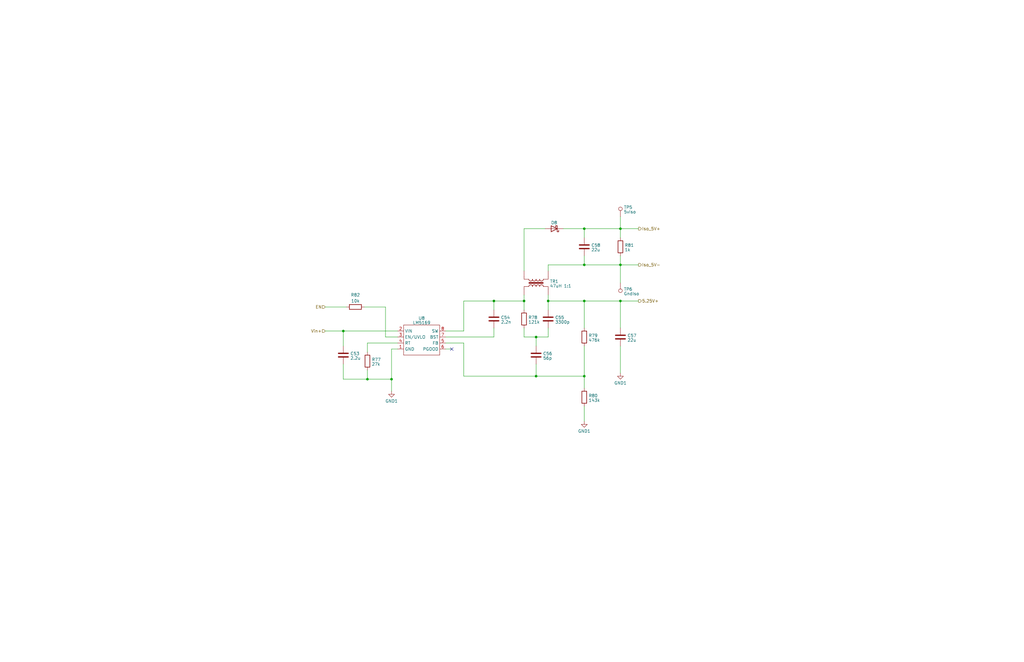
<source format=kicad_sch>
(kicad_sch (version 20230121) (generator eeschema)
  (paper "B")
  (lib_symbols
    (symbol "Connector:TestPoint" (pin_numbers hide) (pin_names (offset 0.762) hide)
      (property "Reference" "TP" (at 0 6.858 0))
      (property "Value" "TestPoint" (at 0 5.08 0))
      (symbol "TestPoint_0_1"
        (circle (center 0 3.302) (radius 0.762))
      )
      (symbol "TestPoint_1_1"
        (pin passive line (at 0 0 90) (length 2.54) (name "1") (number "1"))
      )
    )
    (symbol "Device:C" (pin_numbers hide) (pin_names (offset 0.254))
      (property "Reference" "C" (at 0.635 2.54 0))
      (property "Value" "C" (at 0.635 -2.54 0))
      (symbol "C_0_1"
        (polyline (pts (xy -2.032 -0.762) (xy 2.032 -0.762)) (stroke (width 0.508)))
        (polyline (pts (xy -2.032 0.762) (xy 2.032 0.762)) (stroke (width 0.508)))
      )
      (symbol "C_1_1"
        (pin passive line (at 0 3.81 270) (length 2.794) (name "~") (number "1"))
        (pin passive line (at 0 -3.81 90) (length 2.794) (name "~") (number "2"))
      )
    )
    (symbol "Device:D_Schottky" (pin_numbers hide) (pin_names (offset 1.016) hide)
      (property "Reference" "D" (at 0 2.54 0))
      (property "Value" "D_Schottky" (at 0 -2.54 0))
      (symbol "D_Schottky_0_1"
        (polyline (pts (xy 1.27 0) (xy -1.27 0)))
        (polyline (pts (xy 1.27 1.27) (xy 1.27 -1.27) (xy -1.27 0) (xy 1.27 1.27)) (stroke (width 0.254)))
        (polyline (pts (xy -1.905 0.635) (xy -1.905 1.27) (xy -1.27 1.27) (xy -1.27 -1.27) (xy -0.635 -1.27) (xy -0.635 -0.635)) (stroke (width 0.254)))
      )
      (symbol "D_Schottky_1_1"
        (pin passive line (at -3.81 0 0) (length 2.54) (name "K") (number "1"))
        (pin passive line (at 3.81 0 180) (length 2.54) (name "A") (number "2"))
      )
    )
    (symbol "Device:R" (pin_numbers hide) (pin_names (offset 0))
      (property "Reference" "R" (at 2.032 0 90))
      (property "Value" "R" (at 0 0 90))
      (symbol "R_0_1"
        (rectangle (start -1.016 -2.54) (end 1.016 2.54) (stroke (width 0.254)))
      )
      (symbol "R_1_1"
        (pin passive line (at 0 3.81 270) (length 1.27) (name "~") (number "1"))
        (pin passive line (at 0 -3.81 90) (length 1.27) (name "~") (number "2"))
      )
    )
    (symbol "Transformer:TRANSF1" (pin_numbers hide) (pin_names (offset 0))
      (property "Reference" "TR" (at 0 6.35 0))
      (property "Value" "TRANSF1" (at 0 -6.35 0))
      (symbol "TRANSF1_0_1"
        (arc (start -1.524 -3.048) (mid -0.7653 -2.286) (end -1.524 -1.524) (stroke (width 0.2032)))
        (arc (start -1.524 -1.524) (mid -0.7653 -0.762) (end -1.524 0) (stroke (width 0.2032)))
        (arc (start -1.524 0) (mid -0.7653 0.762) (end -1.524 1.524) (stroke (width 0.2032)))
        (arc (start -1.524 1.524) (mid -0.7653 2.286) (end -1.524 3.048) (stroke (width 0.2032)))
        (rectangle (start -0.254 3.048) (end 0.254 -3.048) (stroke (width 0.0254)) (fill (type outline)))
        (polyline (pts (xy -2.54 5.08) (xy -1.524 5.08) (xy -1.524 3.048) (xy -1.524 3.048)) (stroke (width 0.1524)))
        (polyline (pts (xy -1.524 -3.048) (xy -1.524 -5.08) (xy -2.54 -5.08) (xy -2.54 -5.08)) (stroke (width 0.1524)))
        (polyline (pts (xy 1.524 3.048) (xy 1.524 5.08) (xy 2.54 5.08) (xy 2.54 5.08)) (stroke (width 0.1524)))
        (polyline (pts (xy 2.54 -5.08) (xy 1.524 -5.08) (xy 1.524 -3.048) (xy 1.524 -3.048)) (stroke (width 0.1524)))
        (arc (start 1.524 -1.524) (mid 0.7653 -2.286) (end 1.524 -3.048) (stroke (width 0.2032)))
        (arc (start 1.524 0) (mid 0.7653 -0.762) (end 1.524 -1.524) (stroke (width 0.2032)))
        (arc (start 1.524 1.524) (mid 0.7653 0.762) (end 1.524 0) (stroke (width 0.2032)))
        (arc (start 1.524 3.048) (mid 0.7653 2.286) (end 1.524 1.524) (stroke (width 0.2032)))
      )
      (symbol "TRANSF1_1_1"
        (pin passive line (at -5.08 5.08 0) (length 2.54) (name "~") (number "1"))
        (pin passive line (at -5.08 -5.08 0) (length 2.54) (name "~") (number "2"))
        (pin passive line (at 5.08 -5.08 180) (length 2.54) (name "~") (number "3"))
        (pin passive line (at 5.08 5.08 180) (length 2.54) (name "~") (number "4"))
      )
    )
    (symbol "power:GND1" (power) (pin_names (offset 0))
      (property "Value" "GND1" (at 0 -3.81 0))
      (symbol "GND1_0_1"
        (polyline (pts (xy 0 0) (xy 0 -1.27) (xy 1.27 -1.27) (xy 0 -2.54) (xy -1.27 -1.27) (xy 0 -1.27)))
      )
      (symbol "GND1_1_1"
        (pin power_in line (at 0 0 270) (length 0) hide (name "GND1") (number "1"))
      )
    )
    (symbol "qtech:LM5169"
      (property "Reference" "U" (at -7.62 8.89 0))
      (property "Value" "LM5169" (at -7.62 6.35 0))
      (symbol "LM5169_0_1"
        (rectangle (start -7.62 5.08) (end 7.62 -7.62))
      )
      (symbol "LM5169_1_1"
        (pin power_in line (at -10.16 -5.08 0) (length 2.54) (name "GND") (number "1"))
        (pin power_in line (at -10.16 2.54 0) (length 2.54) (name "VIN") (number "2"))
        (pin input line (at -10.16 0 0) (length 2.54) (name "EN/UVLO") (number "3"))
        (pin input line (at -10.16 -2.54 0) (length 2.54) (name "RT") (number "4"))
        (pin input line (at 10.16 -2.54 180) (length 2.54) (name "FB") (number "5"))
        (pin output line (at 10.16 -5.08 180) (length 2.54) (name "PGOOD") (number "6"))
        (pin power_in line (at 10.16 0 180) (length 2.54) (name "BST") (number "7"))
        (pin power_out line (at 10.16 2.54 180) (length 2.54) (name "SW") (number "8"))
        (pin input line (at -10.16 -5.08 0) (length 2.54) hide (name "GND") (number "9"))
      )
    )
  )
  (junction (at 261.62 127))
  (junction (at 226.06 142.24))
  (junction (at 165.1 160.02))
  (junction (at 208.28 127))
  (junction (at 220.98 127))
  (junction (at 246.38 96.52))
  (junction (at 231.14 127))
  (junction (at 246.38 127))
  (junction (at 154.94 160.02))
  (junction (at 246.38 158.75))
  (junction (at 261.62 111.76))
  (junction (at 261.62 96.52))
  (junction (at 246.38 111.76))
  (junction (at 144.78 139.7))
  (junction (at 226.06 158.75))
  (no_connect (at 190.5 147.32))
  (wire (pts (xy 154.94 156.21) (xy 154.94 160.02)))
  (wire (pts (xy 226.06 158.75) (xy 246.38 158.75)))
  (wire (pts (xy 220.98 96.52) (xy 229.87 96.52)))
  (wire (pts (xy 246.38 127) (xy 246.38 138.43)))
  (wire (pts (xy 220.98 142.24) (xy 226.06 142.24)))
  (wire (pts (xy 167.64 147.32) (xy 165.1 147.32)))
  (wire (pts (xy 187.96 139.7) (xy 195.58 139.7)))
  (wire (pts (xy 237.49 96.52) (xy 246.38 96.52)))
  (wire (pts (xy 261.62 96.52) (xy 269.24 96.52)))
  (wire (pts (xy 167.64 142.24) (xy 162.56 142.24)))
  (wire (pts (xy 220.98 96.52) (xy 220.98 114.3)))
  (wire (pts (xy 231.14 142.24) (xy 226.06 142.24)))
  (wire (pts (xy 220.98 124.46) (xy 220.98 127)))
  (wire (pts (xy 261.62 111.76) (xy 261.62 119.38)))
  (wire (pts (xy 231.14 111.76) (xy 231.14 114.3)))
  (wire (pts (xy 187.96 147.32) (xy 190.5 147.32)))
  (wire (pts (xy 162.56 142.24) (xy 162.56 129.54)))
  (wire (pts (xy 165.1 160.02) (xy 154.94 160.02)))
  (wire (pts (xy 144.78 139.7) (xy 144.78 146.05)))
  (wire (pts (xy 246.38 146.05) (xy 246.38 158.75)))
  (wire (pts (xy 231.14 127) (xy 246.38 127)))
  (wire (pts (xy 137.16 139.7) (xy 144.78 139.7)))
  (wire (pts (xy 195.58 127) (xy 208.28 127)))
  (wire (pts (xy 187.96 144.78) (xy 195.58 144.78)))
  (wire (pts (xy 246.38 96.52) (xy 246.38 100.33)))
  (wire (pts (xy 137.16 129.54) (xy 146.05 129.54)))
  (wire (pts (xy 167.64 144.78) (xy 154.94 144.78)))
  (wire (pts (xy 220.98 138.43) (xy 220.98 142.24)))
  (wire (pts (xy 220.98 127) (xy 220.98 130.81)))
  (wire (pts (xy 226.06 153.67) (xy 226.06 158.75)))
  (wire (pts (xy 144.78 160.02) (xy 144.78 153.67)))
  (wire (pts (xy 226.06 142.24) (xy 226.06 146.05)))
  (wire (pts (xy 187.96 142.24) (xy 208.28 142.24)))
  (wire (pts (xy 220.98 127) (xy 208.28 127)))
  (wire (pts (xy 246.38 111.76) (xy 231.14 111.76)))
  (wire (pts (xy 195.58 144.78) (xy 195.58 158.75)))
  (wire (pts (xy 208.28 142.24) (xy 208.28 138.43)))
  (wire (pts (xy 195.58 158.75) (xy 226.06 158.75)))
  (wire (pts (xy 154.94 160.02) (xy 144.78 160.02)))
  (wire (pts (xy 165.1 160.02) (xy 165.1 165.1)))
  (wire (pts (xy 261.62 146.05) (xy 261.62 157.48)))
  (wire (pts (xy 246.38 171.45) (xy 246.38 177.8)))
  (wire (pts (xy 144.78 139.7) (xy 167.64 139.7)))
  (wire (pts (xy 261.62 127) (xy 261.62 138.43)))
  (wire (pts (xy 246.38 96.52) (xy 261.62 96.52)))
  (wire (pts (xy 154.94 144.78) (xy 154.94 148.59)))
  (wire (pts (xy 165.1 147.32) (xy 165.1 160.02)))
  (wire (pts (xy 246.38 127) (xy 261.62 127)))
  (wire (pts (xy 208.28 127) (xy 208.28 130.81)))
  (wire (pts (xy 261.62 111.76) (xy 269.24 111.76)))
  (wire (pts (xy 162.56 129.54) (xy 153.67 129.54)))
  (wire (pts (xy 231.14 138.43) (xy 231.14 142.24)))
  (wire (pts (xy 261.62 127) (xy 269.24 127)))
  (wire (pts (xy 246.38 111.76) (xy 261.62 111.76)))
  (wire (pts (xy 261.62 91.44) (xy 261.62 96.52)))
  (wire (pts (xy 231.14 127) (xy 231.14 130.81)))
  (wire (pts (xy 195.58 139.7) (xy 195.58 127)))
  (wire (pts (xy 261.62 107.95) (xy 261.62 111.76)))
  (wire (pts (xy 231.14 124.46) (xy 231.14 127)))
  (wire (pts (xy 261.62 96.52) (xy 261.62 100.33)))
  (wire (pts (xy 246.38 107.95) (xy 246.38 111.76)))
  (wire (pts (xy 246.38 158.75) (xy 246.38 163.83)))
  (hierarchical_label "Iso_5V+" (shape output) (at 269.24 96.52 0))
  (hierarchical_label "5.25V+" (shape output) (at 269.24 127 0))
  (hierarchical_label "EN" (shape input) (at 137.16 129.54 180))
  (hierarchical_label "Iso_5V-" (shape output) (at 269.24 111.76 0))
  (hierarchical_label "Vin+" (shape input) (at 137.16 139.7 180))
  (symbol (lib_id "power:GND1") (at 246.38 177.8 0) (unit 1)
    (property "Reference" "#PWR025" (effects hide))
    (property "Value" "GND1" (at 246.38 181.9355 0))
    (instances (project "bms" (path "" (reference "#PWR025") (unit 1)) (path "" (reference "#PWR044") (unit 1))))
  )
  (symbol (lib_id "Device:R") (at 246.38 167.64 0) (unit 1)
    (property "Reference" "R80" (at 248.158 166.9963 0) (effects (justify left)))
    (property "Value" "143k" (at 248.158 168.9173 0) (effects (justify left)))
    (property "Footprint" "Resistor_SMD:R_0402_1005Metric" (effects hide))
    (property "Datasheet" "https://www.mouser.com/datasheet/2/315/AOA0000C304-1149620.pdf" (effects hide))
    (property "Mouser" "https://www.mouser.com/ProductDetail/Panasonic/ERJ-2RKF1403X?qs=sGAEpiMZZMtlubZbdhIBILWcrV%252BWBYJCciUUV%252B0xR5Y%3D" (effects hide))
    (property "Part Number" "ERJ-2RKF1403X" (effects hide))
    (property "Rating" "100 mW 140k" (effects hide))
  )
  (symbol (lib_id "Transformer:TRANSF1") (at 226.06 119.38 90) (unit 1)
    (property "Reference" "TR1" (at 231.8512 118.7363 90) (effects (justify right)))
    (property "Value" "47uH 1:1" (at 231.8512 120.6573 90) (effects (justify right)))
    (property "Footprint" "qtech:L_Bourns_SRF0703A" (effects hide))
    (property "Datasheet" "https://www.mouser.com/datasheet/2/54/SRF0703A-1391409.pdf" (effects hide))
    (property "Mouser" "https://www.mouser.com/ProductDetail/Bourns/SRF0703A-470M?qs=xGZga0pI15Omgx1CXzPWDQ%3D%3D" (effects hide))
    (property "Part Number" "SRF0703A-470M" (effects hide))
  )
  (symbol (lib_id "Device:C") (at 144.78 149.86 0) (unit 1)
    (property "Reference" "C53" (at 147.701 149.2163 0) (effects (justify left)))
    (property "Value" "2.2u" (at 147.701 151.1373 0) (effects (justify left)))
    (property "Footprint" "Capacitor_SMD:C_1210_3225Metric" (effects hide))
    (property "Datasheet" "https://www.mouser.com/datasheet/2/585/MLCC-1837944.pdf" (effects hide))
    (property "Mouser" "https://www.mouser.com/ProductDetail/Samsung-Electro-Mechanics/CL32B225KCJSNNF?qs=sGAEpiMZZMsh%252B1woXyUXj9e2R%2FOkAO5ohYe9%2FNjJuH0%3D" (effects hide))
    (property "Part Number" "CL32B225KCJSNNF" (effects hide))
    (property "Rating" "100V X7R 2X dielectric or better" (effects hide))
  )
  (symbol (lib_id "Device:R") (at 154.94 152.4 0) (unit 1)
    (property "Reference" "R77" (at 156.718 151.7563 0) (effects (justify left)))
    (property "Value" "27k" (at 156.718 153.6773 0) (effects (justify left)))
    (property "Footprint" "Resistor_SMD:R_0603_1608Metric" (effects hide))
    (property "Datasheet" "https://www.mouser.com/datasheet/2/447/PYu_RC_Group_51_RoHS_L_11-1984063.pdf" (effects hide))
    (property "Mouser" "https://www.mouser.com/ProductDetail/YAGEO/RC0603JR-0727KL?qs=sGAEpiMZZMtlubZbdhIBIAVdtiC5pVGKh%252By%2FrHZo%2FQg%3D" (effects hide))
    (property "Part Number" "RC0603JR-0727KL" (effects hide))
    (property "Rating" "100mW" (effects hide))
  )
  (symbol (lib_id "Device:D_Schottky") (at 233.68 96.52 180) (unit 1)
    (property "Reference" "D8" (at 233.68 93.98 0))
    (property "Value" "D_Schottky" (effects hide))
    (property "Footprint" "Diode_SMD:D_SMA" (effects hide))
    (property "Datasheet" "https://www.vishay.com/doc?88746" (effects hide))
    (property "Mouser" "https://www.mouser.com/ProductDetail/Vishay-General-Semiconductor/SS12-E3-61T?qs=x2jpVgRnAtMAR%252B%2FC0Ttl9A%3D%3D" (effects hide))
    (property "Part Number" " SS12-E3/61T" (effects hide))
    (property "Rating" "1A Schottky" (effects hide))
  )
  (symbol (lib_id "power:GND1") (at 261.62 157.48 0) (unit 1)
    (property "Reference" "#PWR025" (effects hide))
    (property "Value" "GND1" (at 261.62 161.6155 0))
    (instances (project "bms" (path "" (reference "#PWR025") (unit 1)) (path "" (reference "#PWR045") (unit 1))))
  )
  (symbol (lib_id "qtech:LM5169") (at 177.8 142.24 0) (unit 1)
    (property "Reference" "U8" (at 177.8 134.2771 0))
    (property "Value" "LM5169" (at 177.8 136.1981 0))
    (property "Footprint" "Package_SO:TI_SO-PowerPAD-8_ThermalVias" (effects hide))
    (property "Datasheet" "https://www.ti.com/lit/ds/symlink/lm5168.pdf" (effects hide))
    (property "Mouser" "https://www.mouser.com/ProductDetail/Texas-Instruments/LM5169FDDAR?qs=T%252BzbugeAwjhTjdfXou%252BoXA%3D%3D" (effects hide))
    (property "Part Number" "LM5169FDDAR" (effects hide))
  )
  (symbol (lib_id "Device:C") (at 208.28 134.62 0) (unit 1)
    (property "Reference" "C54" (at 211.201 133.9763 0) (effects (justify left)))
    (property "Value" "2.2n" (at 211.201 135.8973 0) (effects (justify left)))
    (property "Footprint" "Capacitor_SMD:C_0603_1608Metric" (effects hide))
    (property "Datasheet" "https://www.mouser.com/datasheet/2/40/X7RDielectric-2943470.pdf" (effects hide))
    (property "Mouser" "https://www.mouser.com/ProductDetail/KYOCERA-AVX/0603YC222KAT2A?qs=sGAEpiMZZMt7gvpyg0xT8uAr8Yl%2FXjZ19fVVjWDLx6U%3D" (effects hide))
    (property "Part Number" "0603YC222KAT2A" (effects hide))
    (property "Rating" "16V" (effects hide))
  )
  (symbol (lib_id "Connector:TestPoint") (at 261.62 91.44 0) (unit 1)
    (property "Reference" "TP5" (at 263.017 87.4943 0) (effects (justify left)))
    (property "Value" "5vIso" (at 263.017 89.4153 0) (effects (justify left)))
    (property "Footprint" "TestPoint:TestPoint_Pad_D1.5mm" (effects hide))
  )
  (symbol (lib_id "Device:C") (at 246.38 104.14 0) (unit 1)
    (property "Reference" "C58" (at 249.301 103.4963 0) (effects (justify left)))
    (property "Value" "22u" (at 249.301 105.4173 0) (effects (justify left)))
    (property "Footprint" "Capacitor_SMD:C_1206_3216Metric" (effects hide))
    (property "Datasheet" "https://www.mouser.com/datasheet/2/585/MLCC-1837944.pdf" (effects hide))
    (property "Mouser" "https://www.mouser.com/ProductDetail/Samsung-Electro-Mechanics/CL31A226MOCLNNC?qs=sGAEpiMZZMt7gvpyg0xT8gpCc%252Bo5qKWQW0Uoi11QDW8%3D" (effects hide))
    (property "Part Number" "CL31A226MOCLNNC" (effects hide))
    (property "Rating" "16" (effects hide))
  )
  (symbol (lib_id "Device:C") (at 261.62 142.24 0) (unit 1)
    (property "Reference" "C57" (at 264.541 141.5963 0) (effects (justify left)))
    (property "Value" "22u" (at 264.541 143.5173 0) (effects (justify left)))
    (property "Footprint" "Capacitor_SMD:C_1206_3216Metric" (effects hide))
    (property "Datasheet" "https://www.mouser.com/datasheet/2/585/MLCC-1837944.pdf" (effects hide))
    (property "Mouser" "https://www.mouser.com/ProductDetail/Samsung-Electro-Mechanics/CL31A226MOCLNNC?qs=sGAEpiMZZMt7gvpyg0xT8gpCc%252Bo5qKWQW0Uoi11QDW8%3D" (effects hide))
    (property "Part Number" "CL31A226MOCLNNC" (effects hide))
    (property "Rating" "16" (effects hide))
  )
  (symbol (lib_id "power:GND1") (at 165.1 165.1 0) (unit 1)
    (property "Reference" "#PWR025" (effects hide))
    (property "Value" "GND1" (at 165.1 169.2355 0))
  )
  (symbol (lib_id "Device:R") (at 220.98 134.62 0) (unit 1)
    (property "Reference" "R78" (at 222.758 133.9763 0) (effects (justify left)))
    (property "Value" "121k" (at 222.758 135.8973 0) (effects (justify left)))
    (property "Footprint" "Resistor_SMD:R_0402_1005Metric" (effects hide))
    (property "Datasheet" "https://www.mouser.com/datasheet/2/54/cr-1858361.pdf" (effects hide))
    (property "Mouser" "https://www.mouser.com/ProductDetail/Bourns/CR0402-JW-124GLF?qs=sGAEpiMZZMtlubZbdhIBIA2l6dSgzpPWo5C9hKVqRCM%3D" (effects hide))
    (property "Part Number" "CR0402-JW-124GLF" (effects hide))
    (property "Rating" "62.5 mW 120k" (effects hide))
  )
  (symbol (lib_id "Device:R") (at 246.38 142.24 0) (unit 1)
    (property "Reference" "R79" (at 248.158 141.5963 0) (effects (justify left)))
    (property "Value" "476k" (at 248.158 143.5173 0) (effects (justify left)))
    (property "Footprint" "Resistor_SMD:R_0402_1005Metric" (effects hide))
    (property "Datasheet" "https://www.mouser.com/datasheet/2/54/cr-1858361.pdf" (effects hide))
    (property "Mouser" "https://www.mouser.com/ProductDetail/Bourns/CR0402-FX-4753GLF?qs=sGAEpiMZZMtlubZbdhIBIDfFWzqdPB9%252BK4JajUhx65U%3D" (effects hide))
    (property "Part Number" "CR0402-FX-4753GLF" (effects hide))
    (property "Rating" "62.5 mW 475k" (effects hide))
  )
  (symbol (lib_id "Device:C") (at 226.06 149.86 0) (unit 1)
    (property "Reference" "C56" (at 228.981 149.2163 0) (effects (justify left)))
    (property "Value" "56p" (at 228.981 151.1373 0) (effects (justify left)))
    (property "Footprint" "Capacitor_SMD:C_0603_1608Metric" (effects hide))
    (property "Datasheet" "https://www.vishay.com/doc?28548" (effects hide))
    (property "Mouser" "https://www.mouser.com/ProductDetail/Vishay-Vitramon/VJ0603A560JXXCW1BC?qs=b7E%2F5v%252Bp8lrQ9XDoHWTAOA%3D%3D" (effects hide))
    (property "Part Number" "VJ0603A560JXXCW1BC" (effects hide))
    (property "Rating" "25V" (effects hide))
  )
  (symbol (lib_id "Connector:TestPoint") (at 261.62 119.38 180) (unit 1)
    (property "Reference" "TP6" (at 263.017 122.0383 0) (effects (justify right)))
    (property "Value" "GndIso" (at 263.017 123.9593 0) (effects (justify right)))
    (property "Footprint" "TestPoint:TestPoint_Pad_D1.5mm" (effects hide))
  )
  (symbol (lib_id "Device:R") (at 261.62 104.14 0) (unit 1)
    (property "Reference" "R81" (at 263.398 103.4963 0) (effects (justify left)))
    (property "Value" "1k" (at 263.398 105.4173 0) (effects (justify left)))
    (property "Footprint" "Resistor_SMD:R_0603_1608Metric" (effects hide))
    (property "Datasheet" "https://www.vishay.com/doc?20035" (effects hide))
    (property "Mouser" "https://www.mouser.com/ProductDetail/Vishay-Dale/CRCW06031K00FKEC?qs=sGAEpiMZZMtlubZbdhIBIO43cdRDMqnZdC%2FvLADwXWY%3D" (effects hide))
    (property "Part Number" "CRCW06031K00FKEC" (effects hide))
    (property "Rating" "100mW" (effects hide))
  )
  (symbol (lib_id "Device:C") (at 231.14 134.62 0) (unit 1)
    (property "Reference" "C55" (at 234.061 133.9763 0) (effects (justify left)))
    (property "Value" "3300p" (at 234.061 135.8973 0) (effects (justify left)))
    (property "Footprint" "Capacitor_SMD:C_0603_1608Metric" (effects hide))
    (property "Datasheet" "https://www.vishay.com/doc?28548" (effects hide))
    (property "Mouser" "https://www.mouser.com/ProductDetail/Vishay-Vitramon/VJ0603Y332KXXCW1BC?qs=sGAEpiMZZMt7gvpyg0xT8oir60oXeF6Zk2dnMrwI8PE%3D" (effects hide))
    (property "Part Number" "VJ0603Y332KXXCW1BC" (effects hide))
    (property "Rating" "25V" (effects hide))
  )
  (symbol (lib_id "Device:R") (at 149.86 129.54 90) (unit 1)
    (property "Reference" "R82" (at 149.86 124.4631 90))
    (property "Value" "10k" (at 149.86 127 90))
    (property "Footprint" "Resistor_SMD:R_0603_1608Metric" (effects hide))
    (property "Datasheet" "https://www.mouser.com/datasheet/2/219/RK73H-1825326.pdf" (effects hide))
    (property "Mouser" "https://www.mouser.com/ProductDetail/KOA-Speer/RK73H1JTTD1002F?qs=sGAEpiMZZMtlubZbdhIBINkEv%252BGnJSJCzf6arQIEEEA%3D" (effects hide))
    (property "Part Number" "RK73H1JTTD1002F" (effects hide))
    (property "Rating" "100mW" (effects hide))
  )
)
</source>
